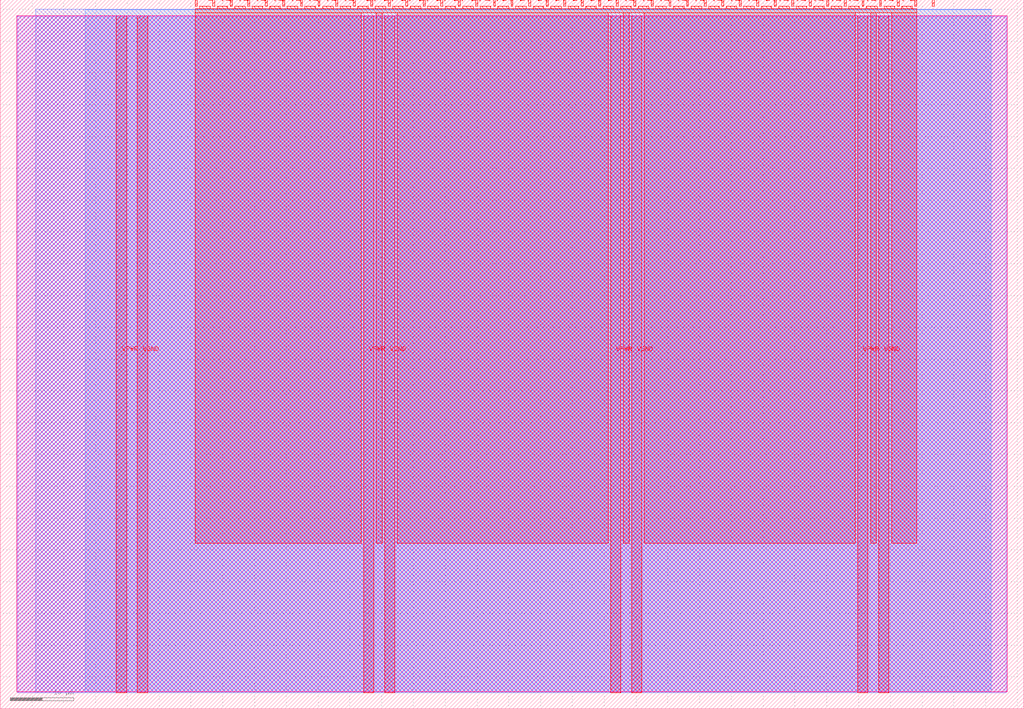
<source format=lef>
VERSION 5.7 ;
  NOWIREEXTENSIONATPIN ON ;
  DIVIDERCHAR "/" ;
  BUSBITCHARS "[]" ;
MACRO tt_um_mcs4_cpu
  CLASS BLOCK ;
  FOREIGN tt_um_mcs4_cpu ;
  ORIGIN 0.000 0.000 ;
  SIZE 161.000 BY 111.520 ;
  PIN VGND
    DIRECTION INOUT ;
    USE GROUND ;
    PORT
      LAYER met4 ;
        RECT 21.580 2.480 23.180 109.040 ;
    END
    PORT
      LAYER met4 ;
        RECT 60.450 2.480 62.050 109.040 ;
    END
    PORT
      LAYER met4 ;
        RECT 99.320 2.480 100.920 109.040 ;
    END
    PORT
      LAYER met4 ;
        RECT 138.190 2.480 139.790 109.040 ;
    END
  END VGND
  PIN VPWR
    DIRECTION INOUT ;
    USE POWER ;
    PORT
      LAYER met4 ;
        RECT 18.280 2.480 19.880 109.040 ;
    END
    PORT
      LAYER met4 ;
        RECT 57.150 2.480 58.750 109.040 ;
    END
    PORT
      LAYER met4 ;
        RECT 96.020 2.480 97.620 109.040 ;
    END
    PORT
      LAYER met4 ;
        RECT 134.890 2.480 136.490 109.040 ;
    END
  END VPWR
  PIN clk
    DIRECTION INPUT ;
    USE SIGNAL ;
    ANTENNAGATEAREA 0.852000 ;
    PORT
      LAYER met4 ;
        RECT 143.830 110.520 144.130 111.520 ;
    END
  END clk
  PIN ena
    DIRECTION INPUT ;
    USE SIGNAL ;
    PORT
      LAYER met4 ;
        RECT 146.590 110.520 146.890 111.520 ;
    END
  END ena
  PIN rst_n
    DIRECTION INPUT ;
    USE SIGNAL ;
    ANTENNAGATEAREA 0.213000 ;
    PORT
      LAYER met4 ;
        RECT 141.070 110.520 141.370 111.520 ;
    END
  END rst_n
  PIN ui_in[0]
    DIRECTION INPUT ;
    USE SIGNAL ;
    ANTENNAGATEAREA 0.196500 ;
    PORT
      LAYER met4 ;
        RECT 138.310 110.520 138.610 111.520 ;
    END
  END ui_in[0]
  PIN ui_in[1]
    DIRECTION INPUT ;
    USE SIGNAL ;
    PORT
      LAYER met4 ;
        RECT 135.550 110.520 135.850 111.520 ;
    END
  END ui_in[1]
  PIN ui_in[2]
    DIRECTION INPUT ;
    USE SIGNAL ;
    PORT
      LAYER met4 ;
        RECT 132.790 110.520 133.090 111.520 ;
    END
  END ui_in[2]
  PIN ui_in[3]
    DIRECTION INPUT ;
    USE SIGNAL ;
    PORT
      LAYER met4 ;
        RECT 130.030 110.520 130.330 111.520 ;
    END
  END ui_in[3]
  PIN ui_in[4]
    DIRECTION INPUT ;
    USE SIGNAL ;
    PORT
      LAYER met4 ;
        RECT 127.270 110.520 127.570 111.520 ;
    END
  END ui_in[4]
  PIN ui_in[5]
    DIRECTION INPUT ;
    USE SIGNAL ;
    PORT
      LAYER met4 ;
        RECT 124.510 110.520 124.810 111.520 ;
    END
  END ui_in[5]
  PIN ui_in[6]
    DIRECTION INPUT ;
    USE SIGNAL ;
    PORT
      LAYER met4 ;
        RECT 121.750 110.520 122.050 111.520 ;
    END
  END ui_in[6]
  PIN ui_in[7]
    DIRECTION INPUT ;
    USE SIGNAL ;
    PORT
      LAYER met4 ;
        RECT 118.990 110.520 119.290 111.520 ;
    END
  END ui_in[7]
  PIN uio_in[0]
    DIRECTION INPUT ;
    USE SIGNAL ;
    ANTENNAGATEAREA 0.213000 ;
    PORT
      LAYER met4 ;
        RECT 116.230 110.520 116.530 111.520 ;
    END
  END uio_in[0]
  PIN uio_in[1]
    DIRECTION INPUT ;
    USE SIGNAL ;
    ANTENNAGATEAREA 0.213000 ;
    PORT
      LAYER met4 ;
        RECT 113.470 110.520 113.770 111.520 ;
    END
  END uio_in[1]
  PIN uio_in[2]
    DIRECTION INPUT ;
    USE SIGNAL ;
    ANTENNAGATEAREA 0.159000 ;
    PORT
      LAYER met4 ;
        RECT 110.710 110.520 111.010 111.520 ;
    END
  END uio_in[2]
  PIN uio_in[3]
    DIRECTION INPUT ;
    USE SIGNAL ;
    ANTENNAGATEAREA 0.159000 ;
    PORT
      LAYER met4 ;
        RECT 107.950 110.520 108.250 111.520 ;
    END
  END uio_in[3]
  PIN uio_in[4]
    DIRECTION INPUT ;
    USE SIGNAL ;
    PORT
      LAYER met4 ;
        RECT 105.190 110.520 105.490 111.520 ;
    END
  END uio_in[4]
  PIN uio_in[5]
    DIRECTION INPUT ;
    USE SIGNAL ;
    PORT
      LAYER met4 ;
        RECT 102.430 110.520 102.730 111.520 ;
    END
  END uio_in[5]
  PIN uio_in[6]
    DIRECTION INPUT ;
    USE SIGNAL ;
    PORT
      LAYER met4 ;
        RECT 99.670 110.520 99.970 111.520 ;
    END
  END uio_in[6]
  PIN uio_in[7]
    DIRECTION INPUT ;
    USE SIGNAL ;
    PORT
      LAYER met4 ;
        RECT 96.910 110.520 97.210 111.520 ;
    END
  END uio_in[7]
  PIN uio_oe[0]
    DIRECTION OUTPUT ;
    USE SIGNAL ;
    ANTENNADIFFAREA 1.242000 ;
    PORT
      LAYER met4 ;
        RECT 49.990 110.520 50.290 111.520 ;
    END
  END uio_oe[0]
  PIN uio_oe[1]
    DIRECTION OUTPUT ;
    USE SIGNAL ;
    ANTENNADIFFAREA 1.685000 ;
    PORT
      LAYER met4 ;
        RECT 47.230 110.520 47.530 111.520 ;
    END
  END uio_oe[1]
  PIN uio_oe[2]
    DIRECTION OUTPUT ;
    USE SIGNAL ;
    ANTENNADIFFAREA 1.288000 ;
    PORT
      LAYER met4 ;
        RECT 44.470 110.520 44.770 111.520 ;
    END
  END uio_oe[2]
  PIN uio_oe[3]
    DIRECTION OUTPUT ;
    USE SIGNAL ;
    ANTENNADIFFAREA 1.288000 ;
    PORT
      LAYER met4 ;
        RECT 41.710 110.520 42.010 111.520 ;
    END
  END uio_oe[3]
  PIN uio_oe[4]
    DIRECTION OUTPUT ;
    USE SIGNAL ;
    PORT
      LAYER met4 ;
        RECT 38.950 110.520 39.250 111.520 ;
    END
  END uio_oe[4]
  PIN uio_oe[5]
    DIRECTION OUTPUT ;
    USE SIGNAL ;
    PORT
      LAYER met4 ;
        RECT 36.190 110.520 36.490 111.520 ;
    END
  END uio_oe[5]
  PIN uio_oe[6]
    DIRECTION OUTPUT ;
    USE SIGNAL ;
    PORT
      LAYER met4 ;
        RECT 33.430 110.520 33.730 111.520 ;
    END
  END uio_oe[6]
  PIN uio_oe[7]
    DIRECTION OUTPUT ;
    USE SIGNAL ;
    PORT
      LAYER met4 ;
        RECT 30.670 110.520 30.970 111.520 ;
    END
  END uio_oe[7]
  PIN uio_out[0]
    DIRECTION OUTPUT ;
    USE SIGNAL ;
    PORT
      LAYER met4 ;
        RECT 72.070 110.520 72.370 111.520 ;
    END
  END uio_out[0]
  PIN uio_out[1]
    DIRECTION OUTPUT ;
    USE SIGNAL ;
    PORT
      LAYER met4 ;
        RECT 69.310 110.520 69.610 111.520 ;
    END
  END uio_out[1]
  PIN uio_out[2]
    DIRECTION OUTPUT ;
    USE SIGNAL ;
    PORT
      LAYER met4 ;
        RECT 66.550 110.520 66.850 111.520 ;
    END
  END uio_out[2]
  PIN uio_out[3]
    DIRECTION OUTPUT ;
    USE SIGNAL ;
    PORT
      LAYER met4 ;
        RECT 63.790 110.520 64.090 111.520 ;
    END
  END uio_out[3]
  PIN uio_out[4]
    DIRECTION OUTPUT ;
    USE SIGNAL ;
    PORT
      LAYER met4 ;
        RECT 61.030 110.520 61.330 111.520 ;
    END
  END uio_out[4]
  PIN uio_out[5]
    DIRECTION OUTPUT ;
    USE SIGNAL ;
    PORT
      LAYER met4 ;
        RECT 58.270 110.520 58.570 111.520 ;
    END
  END uio_out[5]
  PIN uio_out[6]
    DIRECTION OUTPUT ;
    USE SIGNAL ;
    PORT
      LAYER met4 ;
        RECT 55.510 110.520 55.810 111.520 ;
    END
  END uio_out[6]
  PIN uio_out[7]
    DIRECTION OUTPUT ;
    USE SIGNAL ;
    PORT
      LAYER met4 ;
        RECT 52.750 110.520 53.050 111.520 ;
    END
  END uio_out[7]
  PIN uo_out[0]
    DIRECTION OUTPUT ;
    USE SIGNAL ;
    ANTENNADIFFAREA 0.445500 ;
    PORT
      LAYER met4 ;
        RECT 94.150 110.520 94.450 111.520 ;
    END
  END uo_out[0]
  PIN uo_out[1]
    DIRECTION OUTPUT ;
    USE SIGNAL ;
    ANTENNADIFFAREA 0.445500 ;
    PORT
      LAYER met4 ;
        RECT 91.390 110.520 91.690 111.520 ;
    END
  END uo_out[1]
  PIN uo_out[2]
    DIRECTION OUTPUT ;
    USE SIGNAL ;
    PORT
      LAYER met4 ;
        RECT 88.630 110.520 88.930 111.520 ;
    END
  END uo_out[2]
  PIN uo_out[3]
    DIRECTION OUTPUT ;
    USE SIGNAL ;
    PORT
      LAYER met4 ;
        RECT 85.870 110.520 86.170 111.520 ;
    END
  END uo_out[3]
  PIN uo_out[4]
    DIRECTION OUTPUT ;
    USE SIGNAL ;
    ANTENNADIFFAREA 0.891000 ;
    PORT
      LAYER met4 ;
        RECT 83.110 110.520 83.410 111.520 ;
    END
  END uo_out[4]
  PIN uo_out[5]
    DIRECTION OUTPUT ;
    USE SIGNAL ;
    ANTENNADIFFAREA 1.431000 ;
    PORT
      LAYER met4 ;
        RECT 80.350 110.520 80.650 111.520 ;
    END
  END uo_out[5]
  PIN uo_out[6]
    DIRECTION OUTPUT ;
    USE SIGNAL ;
    ANTENNADIFFAREA 1.431000 ;
    PORT
      LAYER met4 ;
        RECT 77.590 110.520 77.890 111.520 ;
    END
  END uo_out[6]
  PIN uo_out[7]
    DIRECTION OUTPUT ;
    USE SIGNAL ;
    ANTENNADIFFAREA 1.431000 ;
    PORT
      LAYER met4 ;
        RECT 74.830 110.520 75.130 111.520 ;
    END
  END uo_out[7]
  OBS
      LAYER nwell ;
        RECT 2.570 2.635 158.430 108.990 ;
      LAYER li1 ;
        RECT 2.760 2.635 158.240 108.885 ;
      LAYER met1 ;
        RECT 2.760 2.480 158.240 109.040 ;
      LAYER met2 ;
        RECT 5.620 2.535 155.850 110.005 ;
      LAYER met3 ;
        RECT 13.405 2.555 155.875 109.985 ;
      LAYER met4 ;
        RECT 31.370 110.120 33.030 110.520 ;
        RECT 34.130 110.120 35.790 110.520 ;
        RECT 36.890 110.120 38.550 110.520 ;
        RECT 39.650 110.120 41.310 110.520 ;
        RECT 42.410 110.120 44.070 110.520 ;
        RECT 45.170 110.120 46.830 110.520 ;
        RECT 47.930 110.120 49.590 110.520 ;
        RECT 50.690 110.120 52.350 110.520 ;
        RECT 53.450 110.120 55.110 110.520 ;
        RECT 56.210 110.120 57.870 110.520 ;
        RECT 58.970 110.120 60.630 110.520 ;
        RECT 61.730 110.120 63.390 110.520 ;
        RECT 64.490 110.120 66.150 110.520 ;
        RECT 67.250 110.120 68.910 110.520 ;
        RECT 70.010 110.120 71.670 110.520 ;
        RECT 72.770 110.120 74.430 110.520 ;
        RECT 75.530 110.120 77.190 110.520 ;
        RECT 78.290 110.120 79.950 110.520 ;
        RECT 81.050 110.120 82.710 110.520 ;
        RECT 83.810 110.120 85.470 110.520 ;
        RECT 86.570 110.120 88.230 110.520 ;
        RECT 89.330 110.120 90.990 110.520 ;
        RECT 92.090 110.120 93.750 110.520 ;
        RECT 94.850 110.120 96.510 110.520 ;
        RECT 97.610 110.120 99.270 110.520 ;
        RECT 100.370 110.120 102.030 110.520 ;
        RECT 103.130 110.120 104.790 110.520 ;
        RECT 105.890 110.120 107.550 110.520 ;
        RECT 108.650 110.120 110.310 110.520 ;
        RECT 111.410 110.120 113.070 110.520 ;
        RECT 114.170 110.120 115.830 110.520 ;
        RECT 116.930 110.120 118.590 110.520 ;
        RECT 119.690 110.120 121.350 110.520 ;
        RECT 122.450 110.120 124.110 110.520 ;
        RECT 125.210 110.120 126.870 110.520 ;
        RECT 127.970 110.120 129.630 110.520 ;
        RECT 130.730 110.120 132.390 110.520 ;
        RECT 133.490 110.120 135.150 110.520 ;
        RECT 136.250 110.120 137.910 110.520 ;
        RECT 139.010 110.120 140.670 110.520 ;
        RECT 141.770 110.120 143.430 110.520 ;
        RECT 30.655 109.440 144.145 110.120 ;
        RECT 30.655 26.015 56.750 109.440 ;
        RECT 59.150 26.015 60.050 109.440 ;
        RECT 62.450 26.015 95.620 109.440 ;
        RECT 98.020 26.015 98.920 109.440 ;
        RECT 101.320 26.015 134.490 109.440 ;
        RECT 136.890 26.015 137.790 109.440 ;
        RECT 140.190 26.015 144.145 109.440 ;
  END
END tt_um_mcs4_cpu
END LIBRARY


</source>
